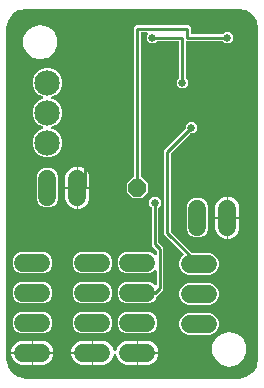
<source format=gbl>
G04 EAGLE Gerber RS-274X export*
G75*
%MOMM*%
%FSLAX34Y34*%
%LPD*%
%INBottom Copper*%
%IPPOS*%
%AMOC8*
5,1,8,0,0,1.08239X$1,22.5*%
G01*
G04 Define Apertures*
%ADD10C,2.140000*%
%ADD11C,1.524000*%
%ADD12P,1.649562X8X22.500000*%
%ADD13C,0.254000*%
%ADD14C,0.654800*%
G36*
X200248Y3326D02*
X206152Y4501D01*
X206610Y4690D01*
X211615Y8035D01*
X211965Y8385D01*
X215310Y13390D01*
X215499Y13848D01*
X216674Y19752D01*
X216698Y20000D01*
X216698Y300000D01*
X216674Y300248D01*
X215499Y306152D01*
X215310Y306610D01*
X211965Y311615D01*
X211615Y311965D01*
X206610Y315310D01*
X206152Y315499D01*
X200248Y316674D01*
X200000Y316698D01*
X20000Y316698D01*
X19752Y316674D01*
X13848Y315499D01*
X13390Y315310D01*
X8385Y311965D01*
X8035Y311615D01*
X4690Y306610D01*
X4501Y306152D01*
X3326Y300248D01*
X3302Y300000D01*
X3302Y20000D01*
X3326Y19752D01*
X4501Y13848D01*
X4690Y13390D01*
X8035Y8385D01*
X8385Y8035D01*
X13390Y4690D01*
X13848Y4501D01*
X19752Y3326D01*
X20000Y3302D01*
X200000Y3302D01*
X200248Y3326D01*
G37*
%LPC*%
G36*
X25749Y275048D02*
X20645Y279119D01*
X17812Y285001D01*
X17812Y291530D01*
X20645Y297412D01*
X25749Y301482D01*
X32114Y302935D01*
X38479Y301482D01*
X43583Y297412D01*
X46416Y291530D01*
X46416Y285001D01*
X43583Y279119D01*
X38479Y275048D01*
X32114Y273596D01*
X25749Y275048D01*
G37*
G36*
X110512Y155956D02*
X105156Y161312D01*
X105156Y168888D01*
X110583Y174314D01*
X110731Y174345D01*
X111148Y174630D01*
X111421Y175056D01*
X111506Y175514D01*
X111506Y300849D01*
X113143Y302486D01*
X157621Y302486D01*
X159258Y300849D01*
X159258Y296164D01*
X159359Y295669D01*
X159644Y295252D01*
X160070Y294979D01*
X160528Y294894D01*
X185983Y294894D01*
X186478Y294995D01*
X186881Y295266D01*
X188513Y296898D01*
X192487Y296898D01*
X195298Y294087D01*
X195298Y290113D01*
X192487Y287302D01*
X188513Y287302D01*
X186881Y288934D01*
X186459Y289213D01*
X185983Y289306D01*
X156464Y289306D01*
X155969Y289205D01*
X155552Y288920D01*
X155279Y288494D01*
X155194Y288036D01*
X155194Y258517D01*
X155295Y258022D01*
X155566Y257619D01*
X157198Y255987D01*
X157198Y252013D01*
X154387Y249202D01*
X150413Y249202D01*
X147602Y252013D01*
X147602Y255987D01*
X149234Y257619D01*
X149513Y258041D01*
X149606Y258517D01*
X149606Y288036D01*
X149505Y288531D01*
X149220Y288948D01*
X148794Y289221D01*
X148336Y289306D01*
X131517Y289306D01*
X131022Y289205D01*
X130619Y288934D01*
X128987Y287302D01*
X125013Y287302D01*
X122202Y290113D01*
X122202Y294087D01*
X122845Y294730D01*
X123124Y295151D01*
X123216Y295648D01*
X123108Y296142D01*
X122816Y296554D01*
X122385Y296820D01*
X121947Y296898D01*
X118364Y296898D01*
X117869Y296797D01*
X117452Y296512D01*
X117179Y296086D01*
X117094Y295628D01*
X117094Y175514D01*
X117195Y175019D01*
X117480Y174602D01*
X117906Y174329D01*
X118024Y174307D01*
X123444Y168888D01*
X123444Y161312D01*
X118088Y155956D01*
X110512Y155956D01*
G37*
G36*
X35668Y190976D02*
X31176Y192837D01*
X27737Y196276D01*
X25876Y200768D01*
X25876Y205632D01*
X27737Y210124D01*
X31176Y213563D01*
X33985Y214727D01*
X34404Y215009D01*
X34680Y215433D01*
X34769Y215930D01*
X34656Y216423D01*
X34361Y216833D01*
X33985Y217073D01*
X31176Y218237D01*
X27737Y221676D01*
X25876Y226168D01*
X25876Y231032D01*
X27737Y235524D01*
X31176Y238963D01*
X33985Y240127D01*
X34404Y240409D01*
X34680Y240833D01*
X34769Y241330D01*
X34656Y241823D01*
X34361Y242233D01*
X33985Y242473D01*
X31176Y243637D01*
X27737Y247076D01*
X25876Y251568D01*
X25876Y256432D01*
X27737Y260924D01*
X31176Y264363D01*
X35668Y266224D01*
X40532Y266224D01*
X45024Y264363D01*
X48463Y260924D01*
X50324Y256432D01*
X50324Y251568D01*
X48463Y247076D01*
X45024Y243637D01*
X42215Y242473D01*
X41796Y242191D01*
X41520Y241767D01*
X41431Y241270D01*
X41544Y240777D01*
X41839Y240367D01*
X42215Y240127D01*
X45024Y238963D01*
X48463Y235524D01*
X50324Y231032D01*
X50324Y226168D01*
X48463Y221676D01*
X45024Y218237D01*
X42215Y217073D01*
X41796Y216791D01*
X41520Y216367D01*
X41431Y215870D01*
X41544Y215377D01*
X41839Y214967D01*
X42215Y214727D01*
X45024Y213563D01*
X48463Y210124D01*
X50324Y205632D01*
X50324Y200768D01*
X48463Y196276D01*
X45024Y192837D01*
X40532Y190976D01*
X35668Y190976D01*
G37*
G36*
X156931Y91186D02*
X153570Y92578D01*
X150998Y95150D01*
X149606Y98511D01*
X149606Y102149D01*
X150998Y105510D01*
X153221Y107732D01*
X153500Y108154D01*
X153592Y108650D01*
X153484Y109144D01*
X153221Y109528D01*
X136906Y125843D01*
X136906Y196737D01*
X154850Y214681D01*
X155129Y215103D01*
X155222Y215579D01*
X155222Y217887D01*
X158033Y220698D01*
X162007Y220698D01*
X164818Y217887D01*
X164818Y213913D01*
X162007Y211102D01*
X159699Y211102D01*
X159204Y211001D01*
X158801Y210730D01*
X142866Y194795D01*
X142587Y194373D01*
X142494Y193897D01*
X142494Y128683D01*
X142595Y128188D01*
X142866Y127785D01*
X160805Y109846D01*
X161227Y109567D01*
X161703Y109474D01*
X175809Y109474D01*
X179170Y108082D01*
X181742Y105510D01*
X183134Y102149D01*
X183134Y98511D01*
X181742Y95150D01*
X179170Y92578D01*
X175809Y91186D01*
X156931Y91186D01*
G37*
G36*
X53340Y165862D02*
X53340Y174741D01*
X54887Y178475D01*
X57745Y181333D01*
X61479Y182880D01*
X62738Y182880D01*
X62738Y165862D01*
X53340Y165862D01*
G37*
G36*
X64262Y165862D02*
X64262Y182880D01*
X65521Y182880D01*
X69255Y181333D01*
X72113Y178475D01*
X73660Y174741D01*
X73660Y165862D01*
X64262Y165862D01*
G37*
G36*
X36281Y148336D02*
X32920Y149728D01*
X30348Y152300D01*
X28956Y155661D01*
X28956Y174539D01*
X30348Y177900D01*
X32920Y180472D01*
X36281Y181864D01*
X39919Y181864D01*
X43280Y180472D01*
X45852Y177900D01*
X47244Y174539D01*
X47244Y155661D01*
X45852Y152300D01*
X43280Y149728D01*
X39919Y148336D01*
X36281Y148336D01*
G37*
G36*
X64262Y147320D02*
X64262Y164338D01*
X73660Y164338D01*
X73660Y155459D01*
X72113Y151725D01*
X69255Y148867D01*
X65521Y147320D01*
X64262Y147320D01*
G37*
G36*
X61479Y147320D02*
X57745Y148867D01*
X54887Y151725D01*
X53340Y155459D01*
X53340Y164338D01*
X62738Y164338D01*
X62738Y147320D01*
X61479Y147320D01*
G37*
G36*
X180340Y140462D02*
X180340Y149341D01*
X181887Y153075D01*
X184745Y155933D01*
X188479Y157480D01*
X189738Y157480D01*
X189738Y140462D01*
X180340Y140462D01*
G37*
G36*
X191262Y140462D02*
X191262Y157480D01*
X192521Y157480D01*
X196255Y155933D01*
X199113Y153075D01*
X200660Y149341D01*
X200660Y140462D01*
X191262Y140462D01*
G37*
G36*
X104861Y67056D02*
X101500Y68448D01*
X98928Y71020D01*
X97536Y74381D01*
X97536Y78019D01*
X98928Y81380D01*
X101500Y83952D01*
X104861Y85344D01*
X123739Y85344D01*
X127100Y83952D01*
X128388Y82664D01*
X128809Y82384D01*
X129306Y82292D01*
X129800Y82400D01*
X130212Y82693D01*
X130478Y83123D01*
X130556Y83562D01*
X130556Y94238D01*
X130455Y94734D01*
X130170Y95151D01*
X129744Y95423D01*
X129246Y95508D01*
X128754Y95391D01*
X128388Y95136D01*
X127100Y93848D01*
X123739Y92456D01*
X104861Y92456D01*
X101500Y93848D01*
X98928Y96420D01*
X97536Y99781D01*
X97536Y103419D01*
X98928Y106780D01*
X101500Y109352D01*
X104861Y110744D01*
X123739Y110744D01*
X127100Y109352D01*
X128388Y108064D01*
X128809Y107784D01*
X129306Y107692D01*
X129800Y107800D01*
X130212Y108093D01*
X130478Y108523D01*
X130556Y108962D01*
X130556Y111347D01*
X130455Y111842D01*
X130184Y112245D01*
X126492Y115937D01*
X126492Y147883D01*
X126391Y148378D01*
X126120Y148781D01*
X124488Y150413D01*
X124488Y154387D01*
X127299Y157198D01*
X131273Y157198D01*
X134084Y154387D01*
X134084Y150413D01*
X132452Y148781D01*
X132173Y148359D01*
X132080Y147883D01*
X132080Y118777D01*
X132181Y118282D01*
X132452Y117879D01*
X136144Y114187D01*
X136144Y78853D01*
X130812Y73521D01*
X130537Y73109D01*
X129672Y71020D01*
X127100Y68448D01*
X123739Y67056D01*
X104861Y67056D01*
G37*
G36*
X163281Y122936D02*
X159920Y124328D01*
X157348Y126900D01*
X155956Y130261D01*
X155956Y149139D01*
X157348Y152500D01*
X159920Y155072D01*
X163281Y156464D01*
X166919Y156464D01*
X170280Y155072D01*
X172852Y152500D01*
X174244Y149139D01*
X174244Y130261D01*
X172852Y126900D01*
X170280Y124328D01*
X166919Y122936D01*
X163281Y122936D01*
G37*
G36*
X188479Y121920D02*
X184745Y123467D01*
X181887Y126325D01*
X180340Y130059D01*
X180340Y138938D01*
X189738Y138938D01*
X189738Y121920D01*
X188479Y121920D01*
G37*
G36*
X191262Y121920D02*
X191262Y138938D01*
X200660Y138938D01*
X200660Y130059D01*
X199113Y126325D01*
X196255Y123467D01*
X192521Y121920D01*
X191262Y121920D01*
G37*
G36*
X66761Y92456D02*
X63400Y93848D01*
X60828Y96420D01*
X59436Y99781D01*
X59436Y103419D01*
X60828Y106780D01*
X63400Y109352D01*
X66761Y110744D01*
X85639Y110744D01*
X89000Y109352D01*
X91572Y106780D01*
X92964Y103419D01*
X92964Y99781D01*
X91572Y96420D01*
X89000Y93848D01*
X85639Y92456D01*
X66761Y92456D01*
G37*
G36*
X15961Y92456D02*
X12600Y93848D01*
X10028Y96420D01*
X8636Y99781D01*
X8636Y103419D01*
X10028Y106780D01*
X12600Y109352D01*
X15961Y110744D01*
X34839Y110744D01*
X38200Y109352D01*
X40772Y106780D01*
X42164Y103419D01*
X42164Y99781D01*
X40772Y96420D01*
X38200Y93848D01*
X34839Y92456D01*
X15961Y92456D01*
G37*
G36*
X66761Y67056D02*
X63400Y68448D01*
X60828Y71020D01*
X59436Y74381D01*
X59436Y78019D01*
X60828Y81380D01*
X63400Y83952D01*
X66761Y85344D01*
X85639Y85344D01*
X89000Y83952D01*
X91572Y81380D01*
X92964Y78019D01*
X92964Y74381D01*
X91572Y71020D01*
X89000Y68448D01*
X85639Y67056D01*
X66761Y67056D01*
G37*
G36*
X15961Y67056D02*
X12600Y68448D01*
X10028Y71020D01*
X8636Y74381D01*
X8636Y78019D01*
X10028Y81380D01*
X12600Y83952D01*
X15961Y85344D01*
X34839Y85344D01*
X38200Y83952D01*
X40772Y81380D01*
X42164Y78019D01*
X42164Y74381D01*
X40772Y71020D01*
X38200Y68448D01*
X34839Y67056D01*
X15961Y67056D01*
G37*
G36*
X156931Y65786D02*
X153570Y67178D01*
X150998Y69750D01*
X149606Y73111D01*
X149606Y76749D01*
X150998Y80110D01*
X153570Y82682D01*
X156931Y84074D01*
X175809Y84074D01*
X179170Y82682D01*
X181742Y80110D01*
X183134Y76749D01*
X183134Y73111D01*
X181742Y69750D01*
X179170Y67178D01*
X175809Y65786D01*
X156931Y65786D01*
G37*
G36*
X104861Y41656D02*
X101500Y43048D01*
X98928Y45620D01*
X97536Y48981D01*
X97536Y52619D01*
X98928Y55980D01*
X101500Y58552D01*
X104861Y59944D01*
X123739Y59944D01*
X127100Y58552D01*
X129672Y55980D01*
X131064Y52619D01*
X131064Y48981D01*
X129672Y45620D01*
X127100Y43048D01*
X123739Y41656D01*
X104861Y41656D01*
G37*
G36*
X66761Y41656D02*
X63400Y43048D01*
X60828Y45620D01*
X59436Y48981D01*
X59436Y52619D01*
X60828Y55980D01*
X63400Y58552D01*
X66761Y59944D01*
X85639Y59944D01*
X89000Y58552D01*
X91572Y55980D01*
X92964Y52619D01*
X92964Y48981D01*
X91572Y45620D01*
X89000Y43048D01*
X85639Y41656D01*
X66761Y41656D01*
G37*
G36*
X15961Y41656D02*
X12600Y43048D01*
X10028Y45620D01*
X8636Y48981D01*
X8636Y52619D01*
X10028Y55980D01*
X12600Y58552D01*
X15961Y59944D01*
X34839Y59944D01*
X38200Y58552D01*
X40772Y55980D01*
X42164Y52619D01*
X42164Y48981D01*
X40772Y45620D01*
X38200Y43048D01*
X34839Y41656D01*
X15961Y41656D01*
G37*
G36*
X156931Y40386D02*
X153570Y41778D01*
X150998Y44350D01*
X149606Y47711D01*
X149606Y51349D01*
X150998Y54710D01*
X153570Y57282D01*
X156931Y58674D01*
X175809Y58674D01*
X179170Y57282D01*
X181742Y54710D01*
X183134Y51349D01*
X183134Y47711D01*
X181742Y44350D01*
X179170Y41778D01*
X175809Y40386D01*
X156931Y40386D01*
G37*
G36*
X185749Y15048D02*
X180645Y19119D01*
X177812Y25001D01*
X177812Y31530D01*
X180645Y37412D01*
X185749Y41482D01*
X192114Y42935D01*
X198479Y41482D01*
X203583Y37412D01*
X206416Y31530D01*
X206416Y25001D01*
X203583Y19119D01*
X198479Y15048D01*
X192114Y13596D01*
X185749Y15048D01*
G37*
G36*
X58420Y26162D02*
X58420Y27421D01*
X59967Y31155D01*
X62825Y34013D01*
X66559Y35560D01*
X75438Y35560D01*
X75438Y26162D01*
X58420Y26162D01*
G37*
G36*
X76962Y15240D02*
X76962Y35560D01*
X85841Y35560D01*
X89575Y34013D01*
X92433Y31155D01*
X94077Y27188D01*
X94359Y26768D01*
X94783Y26493D01*
X95280Y26404D01*
X95773Y26516D01*
X96183Y26812D01*
X96423Y27188D01*
X98067Y31155D01*
X100925Y34013D01*
X104659Y35560D01*
X113538Y35560D01*
X113538Y15240D01*
X104659Y15240D01*
X100925Y16787D01*
X98067Y19645D01*
X96423Y23612D01*
X96141Y24032D01*
X95717Y24307D01*
X95220Y24396D01*
X94727Y24284D01*
X94317Y23988D01*
X94077Y23612D01*
X92433Y19645D01*
X89575Y16787D01*
X85841Y15240D01*
X76962Y15240D01*
G37*
G36*
X7620Y26162D02*
X7620Y27421D01*
X9167Y31155D01*
X12025Y34013D01*
X15759Y35560D01*
X24638Y35560D01*
X24638Y26162D01*
X7620Y26162D01*
G37*
G36*
X26162Y26162D02*
X26162Y35560D01*
X35041Y35560D01*
X38775Y34013D01*
X41633Y31155D01*
X43180Y27421D01*
X43180Y26162D01*
X26162Y26162D01*
G37*
G36*
X115062Y26162D02*
X115062Y35560D01*
X123941Y35560D01*
X127675Y34013D01*
X130533Y31155D01*
X132080Y27421D01*
X132080Y26162D01*
X115062Y26162D01*
G37*
G36*
X115062Y15240D02*
X115062Y24638D01*
X132080Y24638D01*
X132080Y23379D01*
X130533Y19645D01*
X127675Y16787D01*
X123941Y15240D01*
X115062Y15240D01*
G37*
G36*
X66559Y15240D02*
X62825Y16787D01*
X59967Y19645D01*
X58420Y23379D01*
X58420Y24638D01*
X75438Y24638D01*
X75438Y15240D01*
X66559Y15240D01*
G37*
G36*
X26162Y15240D02*
X26162Y24638D01*
X43180Y24638D01*
X43180Y23379D01*
X41633Y19645D01*
X38775Y16787D01*
X35041Y15240D01*
X26162Y15240D01*
G37*
G36*
X15759Y15240D02*
X12025Y16787D01*
X9167Y19645D01*
X7620Y23379D01*
X7620Y24638D01*
X24638Y24638D01*
X24638Y15240D01*
X15759Y15240D01*
G37*
%LPD*%
D10*
X38100Y203200D03*
X38100Y228600D03*
X38100Y254000D03*
D11*
X63500Y172720D02*
X63500Y157480D01*
X38100Y157480D02*
X38100Y172720D01*
X33020Y25400D02*
X17780Y25400D01*
X17780Y50800D02*
X33020Y50800D01*
X33020Y76200D02*
X17780Y76200D01*
X17780Y101600D02*
X33020Y101600D01*
X68580Y25400D02*
X83820Y25400D01*
X83820Y50800D02*
X68580Y50800D01*
X68580Y76200D02*
X83820Y76200D01*
X83820Y101600D02*
X68580Y101600D01*
D12*
X114300Y165100D03*
D11*
X121920Y25400D02*
X106680Y25400D01*
X106680Y50800D02*
X121920Y50800D01*
X121920Y76200D02*
X106680Y76200D01*
X106680Y101600D02*
X121920Y101600D01*
X190500Y132080D02*
X190500Y147320D01*
X165100Y147320D02*
X165100Y132080D01*
X158750Y49530D02*
X173990Y49530D01*
X173990Y74930D02*
X158750Y74930D01*
X158750Y100330D02*
X173990Y100330D01*
D13*
X69850Y165100D02*
X63500Y165100D01*
D14*
X69850Y256668D03*
D13*
X69850Y165100D01*
D14*
X190500Y292100D03*
D13*
X114300Y299692D02*
X114300Y165100D01*
X156464Y292100D02*
X190500Y292100D01*
X156464Y292100D02*
X156464Y299692D01*
X114300Y299692D01*
D14*
X127000Y292100D03*
D13*
X152400Y292100D01*
X152400Y254000D01*
D14*
X152400Y254000D03*
X129286Y152400D03*
D13*
X129286Y117094D01*
X133350Y113030D01*
X133350Y80010D01*
X129540Y76200D01*
X114300Y76200D01*
X139700Y127000D02*
X166370Y100330D01*
X139700Y127000D02*
X139700Y195580D01*
X160020Y215900D01*
D14*
X160020Y215900D03*
M02*

</source>
